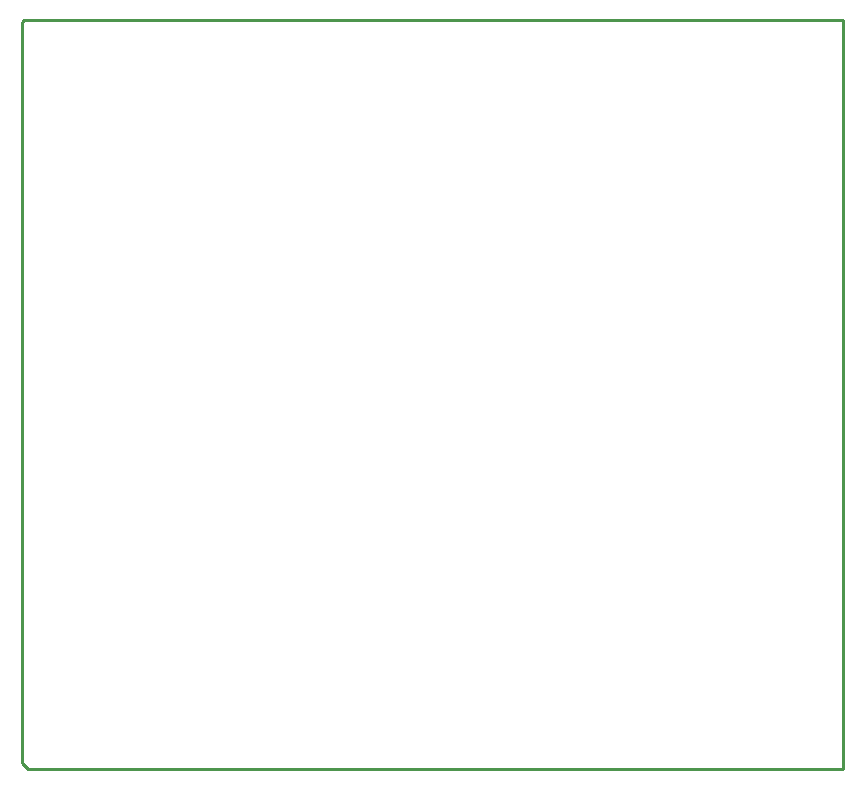
<source format=gko>
%FSLAX25Y25*%
%MOIN*%
G70*
G01*
G75*
G04 Layer_Color=16711935*
%ADD10C,0.02000*%
%ADD11C,0.01500*%
%ADD12O,0.09000X0.02000*%
%ADD13R,0.09000X0.02000*%
%ADD14O,0.08000X0.02500*%
%ADD15R,0.08000X0.02500*%
%ADD16C,0.01000*%
%ADD17C,0.05100*%
%ADD18R,0.05906X0.05906*%
%ADD19C,0.05906*%
%ADD20C,0.05512*%
%ADD21R,0.05906X0.05906*%
%ADD22C,0.06000*%
%ADD23C,0.00787*%
%ADD24O,0.09800X0.02800*%
%ADD25R,0.09800X0.02800*%
%ADD26O,0.08800X0.03300*%
%ADD27R,0.08800X0.03300*%
%ADD28C,0.05900*%
%ADD29R,0.06706X0.06706*%
%ADD30C,0.06706*%
%ADD31C,0.06312*%
%ADD32R,0.06706X0.06706*%
%ADD33C,0.06800*%
D16*
X403000Y475000D02*
Y482500D01*
X403500Y483000D01*
X676500D01*
Y233500D02*
Y483000D01*
X405000Y233500D02*
X676500D01*
X403000Y235500D02*
X405000Y233500D01*
X403000Y235500D02*
Y476500D01*
M02*

</source>
